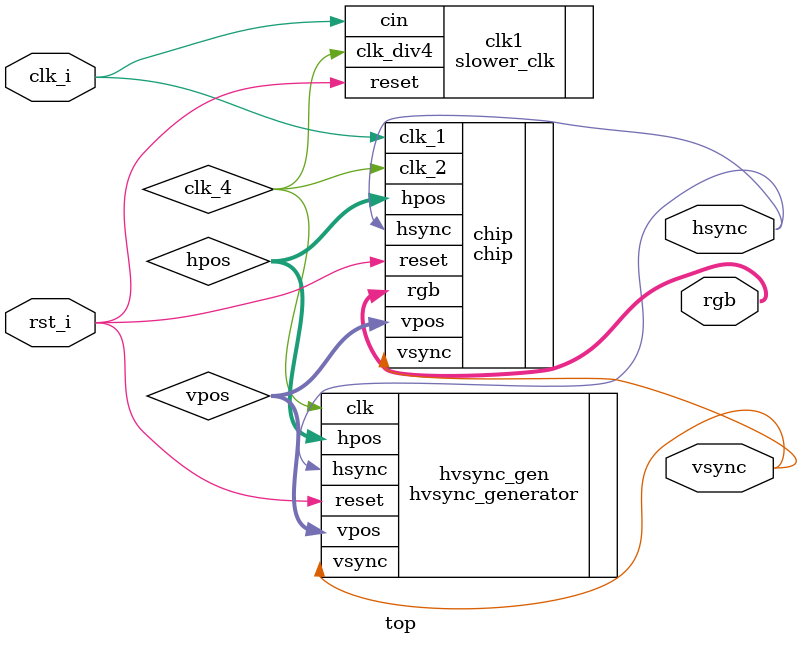
<source format=sv>
module top(input clk_i, input rst_i, output hsync, output vsync, output [23:0] rgb);
  localparam WIDTH = 320, HEIGHT = 240;

  logic       clk_4;
  logic [7:0] hpos;
  logic [6:0] vpos;
    
  /* verilator lint_off PINMISSING */
  slower_clk clk1(.cin(clk_i), .clk_div4(clk_4), .reset(rst_i));
  hvsync_generator hvsync_gen(.clk(clk_4), .reset(rst_i), .hsync, .vsync, .hpos, .vpos);
  chip #(.RED(8), .GREEN(8), .BLUE(8), .FILE("palette888.bin")) chip(.clk_1(clk_i), .clk_2(clk_4), .reset(rst_i), .vsync, .hsync, .vpos, .hpos, .rgb);
endmodule

</source>
